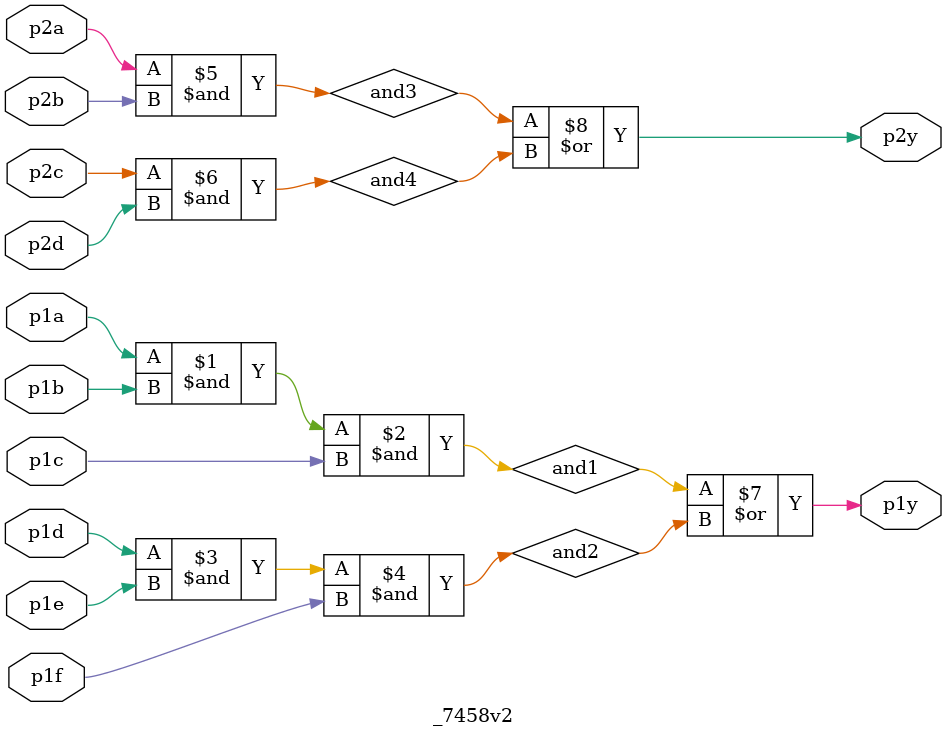
<source format=v>
`define Module_v2 0

module _7458v2 (
    p1a, 
    p1b,
    p1c,
    p1d,
    p1e,
    p1f,
    p1y,
    
    p2a, 
    p2b,
    p2c,
    p2d,
    p2y
);

input p1a, p1b, p1c, p1d, p1e, p1f;
input p2a, p2b, p2c, p2d;
output p1y;
output p2y;

wire and1, and2, and3, and4;

// assign and1 = p1a & p1b & p1c;
and u_and1(and1, p1a, p1b, p1c);
// assign and2 = p1d & p1e & p1f;
and u_and2(and2, p1d, p1e, p1f);
// assign and3 = p2a & p2b; 
and u_and3(and3, p2a, p2b);
// assign and4 = p2c & p2d;
and u_and4(and4, p2c, p2d);

// assign p1y = and1 | and2;
or u_or1(p1y, and1, and2);
// assign p2y = and3 | and4;
or u_or2(p2y, and3, and4);
    
endmodule
</source>
